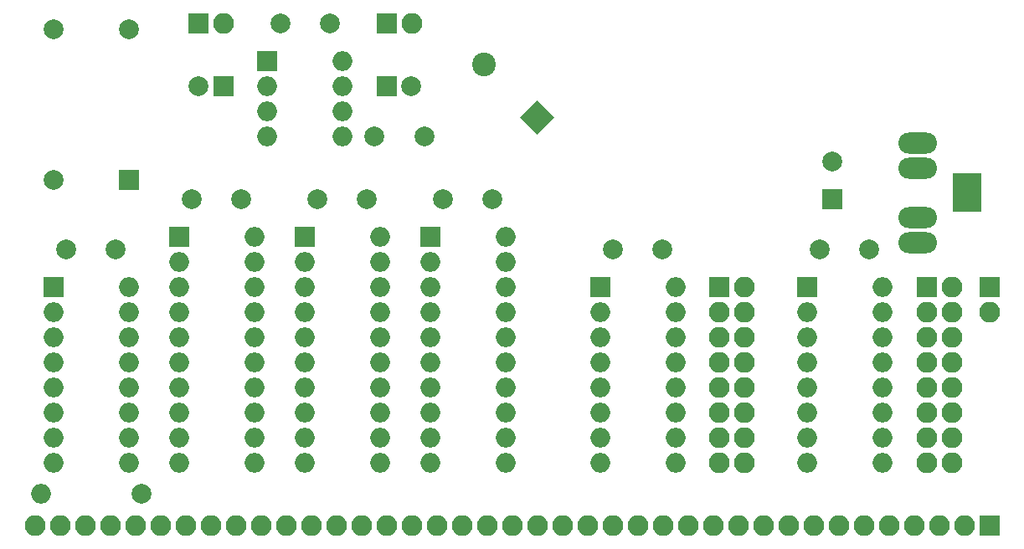
<source format=gbs>
G04 #@! TF.FileFunction,Soldermask,Bot*
%FSLAX46Y46*%
G04 Gerber Fmt 4.6, Leading zero omitted, Abs format (unit mm)*
G04 Created by KiCad (PCBNEW 4.0.7) date 06/26/19 17:32:02*
%MOMM*%
%LPD*%
G01*
G04 APERTURE LIST*
%ADD10C,0.100000*%
%ADD11R,2.000000X2.000000*%
%ADD12O,2.000000X2.000000*%
%ADD13C,2.000000*%
%ADD14R,2.100000X2.100000*%
%ADD15O,2.100000X2.100000*%
%ADD16C,2.400000*%
%ADD17R,2.900000X3.900000*%
%ADD18O,3.900000X2.150000*%
G04 APERTURE END LIST*
D10*
D11*
X100965000Y-94615000D03*
D12*
X108585000Y-102235000D03*
X100965000Y-97155000D03*
X108585000Y-99695000D03*
X100965000Y-99695000D03*
X108585000Y-97155000D03*
X100965000Y-102235000D03*
X108585000Y-94615000D03*
D13*
X107315000Y-90805000D03*
X102315000Y-90805000D03*
X116840000Y-102235000D03*
X111840000Y-102235000D03*
D11*
X158115000Y-108585000D03*
D13*
X158115000Y-104785000D03*
D14*
X146685000Y-117475000D03*
D15*
X149225000Y-117475000D03*
X146685000Y-120015000D03*
X149225000Y-120015000D03*
X146685000Y-122555000D03*
X149225000Y-122555000D03*
X146685000Y-125095000D03*
X149225000Y-125095000D03*
X146685000Y-127635000D03*
X149225000Y-127635000D03*
X146685000Y-130175000D03*
X149225000Y-130175000D03*
X146685000Y-132715000D03*
X149225000Y-132715000D03*
X146685000Y-135255000D03*
X149225000Y-135255000D03*
D14*
X167640000Y-117475000D03*
D15*
X170180000Y-117475000D03*
X167640000Y-120015000D03*
X170180000Y-120015000D03*
X167640000Y-122555000D03*
X170180000Y-122555000D03*
X167640000Y-125095000D03*
X170180000Y-125095000D03*
X167640000Y-127635000D03*
X170180000Y-127635000D03*
X167640000Y-130175000D03*
X170180000Y-130175000D03*
X167640000Y-132715000D03*
X170180000Y-132715000D03*
X167640000Y-135255000D03*
X170180000Y-135255000D03*
D14*
X173990000Y-141605000D03*
D15*
X171450000Y-141605000D03*
X168910000Y-141605000D03*
X166370000Y-141605000D03*
X163830000Y-141605000D03*
X161290000Y-141605000D03*
X158750000Y-141605000D03*
X156210000Y-141605000D03*
X153670000Y-141605000D03*
X151130000Y-141605000D03*
X148590000Y-141605000D03*
X146050000Y-141605000D03*
X143510000Y-141605000D03*
X140970000Y-141605000D03*
X138430000Y-141605000D03*
X135890000Y-141605000D03*
X133350000Y-141605000D03*
X130810000Y-141605000D03*
X128270000Y-141605000D03*
X125730000Y-141605000D03*
X123190000Y-141605000D03*
X120650000Y-141605000D03*
X118110000Y-141605000D03*
X115570000Y-141605000D03*
X113030000Y-141605000D03*
X110490000Y-141605000D03*
X107950000Y-141605000D03*
X105410000Y-141605000D03*
X102870000Y-141605000D03*
X100330000Y-141605000D03*
X97790000Y-141605000D03*
X95250000Y-141605000D03*
X92710000Y-141605000D03*
X90170000Y-141605000D03*
X87630000Y-141605000D03*
X85090000Y-141605000D03*
X82550000Y-141605000D03*
X80010000Y-141605000D03*
X77470000Y-141605000D03*
D14*
X113030000Y-90805000D03*
D15*
X115570000Y-90805000D03*
D10*
G36*
X129967056Y-100330000D02*
X128270000Y-102027056D01*
X126572944Y-100330000D01*
X128270000Y-98632944D01*
X129967056Y-100330000D01*
X129967056Y-100330000D01*
G37*
D16*
X122895988Y-94955988D03*
D13*
X88265000Y-138430000D03*
D12*
X78105000Y-138430000D03*
D11*
X79375000Y-117475000D03*
D12*
X86995000Y-135255000D03*
X79375000Y-120015000D03*
X86995000Y-132715000D03*
X79375000Y-122555000D03*
X86995000Y-130175000D03*
X79375000Y-125095000D03*
X86995000Y-127635000D03*
X79375000Y-127635000D03*
X86995000Y-125095000D03*
X79375000Y-130175000D03*
X86995000Y-122555000D03*
X79375000Y-132715000D03*
X86995000Y-120015000D03*
X79375000Y-135255000D03*
X86995000Y-117475000D03*
D11*
X86995000Y-106680000D03*
D13*
X79375000Y-106680000D03*
X79375000Y-91440000D03*
X86995000Y-91440000D03*
D17*
X171776000Y-107950000D03*
D18*
X166770000Y-112950000D03*
X166770000Y-102950000D03*
X166770000Y-110450000D03*
X166770000Y-105450000D03*
D13*
X118745000Y-108585000D03*
X123745000Y-108585000D03*
X135890000Y-113665000D03*
X140890000Y-113665000D03*
X156845000Y-113665000D03*
X161845000Y-113665000D03*
X80645000Y-113665000D03*
X85645000Y-113665000D03*
X93345000Y-108585000D03*
X98345000Y-108585000D03*
D14*
X93980000Y-90805000D03*
D15*
X96520000Y-90805000D03*
D14*
X173990000Y-117475000D03*
D15*
X173990000Y-120015000D03*
D11*
X96520000Y-97155000D03*
D13*
X94020000Y-97155000D03*
D11*
X113030000Y-97155000D03*
D13*
X115530000Y-97155000D03*
X106045000Y-108585000D03*
X111045000Y-108585000D03*
D11*
X117475000Y-112395000D03*
D12*
X125095000Y-135255000D03*
X117475000Y-114935000D03*
X125095000Y-132715000D03*
X117475000Y-117475000D03*
X125095000Y-130175000D03*
X117475000Y-120015000D03*
X125095000Y-127635000D03*
X117475000Y-122555000D03*
X125095000Y-125095000D03*
X117475000Y-125095000D03*
X125095000Y-122555000D03*
X117475000Y-127635000D03*
X125095000Y-120015000D03*
X117475000Y-130175000D03*
X125095000Y-117475000D03*
X117475000Y-132715000D03*
X125095000Y-114935000D03*
X117475000Y-135255000D03*
X125095000Y-112395000D03*
D11*
X134620000Y-117475000D03*
D12*
X142240000Y-135255000D03*
X134620000Y-120015000D03*
X142240000Y-132715000D03*
X134620000Y-122555000D03*
X142240000Y-130175000D03*
X134620000Y-125095000D03*
X142240000Y-127635000D03*
X134620000Y-127635000D03*
X142240000Y-125095000D03*
X134620000Y-130175000D03*
X142240000Y-122555000D03*
X134620000Y-132715000D03*
X142240000Y-120015000D03*
X134620000Y-135255000D03*
X142240000Y-117475000D03*
D11*
X155575000Y-117475000D03*
D12*
X163195000Y-135255000D03*
X155575000Y-120015000D03*
X163195000Y-132715000D03*
X155575000Y-122555000D03*
X163195000Y-130175000D03*
X155575000Y-125095000D03*
X163195000Y-127635000D03*
X155575000Y-127635000D03*
X163195000Y-125095000D03*
X155575000Y-130175000D03*
X163195000Y-122555000D03*
X155575000Y-132715000D03*
X163195000Y-120015000D03*
X155575000Y-135255000D03*
X163195000Y-117475000D03*
D11*
X92075000Y-112395000D03*
D12*
X99695000Y-135255000D03*
X92075000Y-114935000D03*
X99695000Y-132715000D03*
X92075000Y-117475000D03*
X99695000Y-130175000D03*
X92075000Y-120015000D03*
X99695000Y-127635000D03*
X92075000Y-122555000D03*
X99695000Y-125095000D03*
X92075000Y-125095000D03*
X99695000Y-122555000D03*
X92075000Y-127635000D03*
X99695000Y-120015000D03*
X92075000Y-130175000D03*
X99695000Y-117475000D03*
X92075000Y-132715000D03*
X99695000Y-114935000D03*
X92075000Y-135255000D03*
X99695000Y-112395000D03*
D11*
X104775000Y-112395000D03*
D12*
X112395000Y-135255000D03*
X104775000Y-114935000D03*
X112395000Y-132715000D03*
X104775000Y-117475000D03*
X112395000Y-130175000D03*
X104775000Y-120015000D03*
X112395000Y-127635000D03*
X104775000Y-122555000D03*
X112395000Y-125095000D03*
X104775000Y-125095000D03*
X112395000Y-122555000D03*
X104775000Y-127635000D03*
X112395000Y-120015000D03*
X104775000Y-130175000D03*
X112395000Y-117475000D03*
X104775000Y-132715000D03*
X112395000Y-114935000D03*
X104775000Y-135255000D03*
X112395000Y-112395000D03*
M02*

</source>
